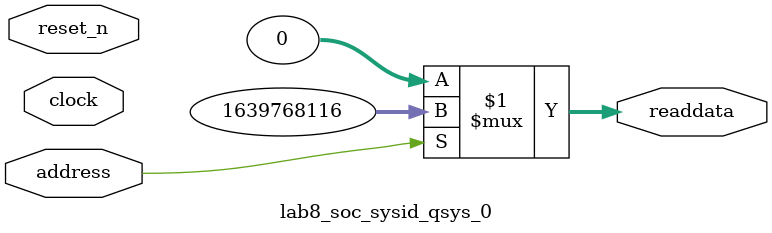
<source format=v>



// synthesis translate_off
`timescale 1ns / 1ps
// synthesis translate_on

// turn off superfluous verilog processor warnings 
// altera message_level Level1 
// altera message_off 10034 10035 10036 10037 10230 10240 10030 

module lab8_soc_sysid_qsys_0 (
               // inputs:
                address,
                clock,
                reset_n,

               // outputs:
                readdata
             )
;

  output  [ 31: 0] readdata;
  input            address;
  input            clock;
  input            reset_n;

  wire    [ 31: 0] readdata;
  //control_slave, which is an e_avalon_slave
  assign readdata = address ? 1639768116 : 0;

endmodule



</source>
